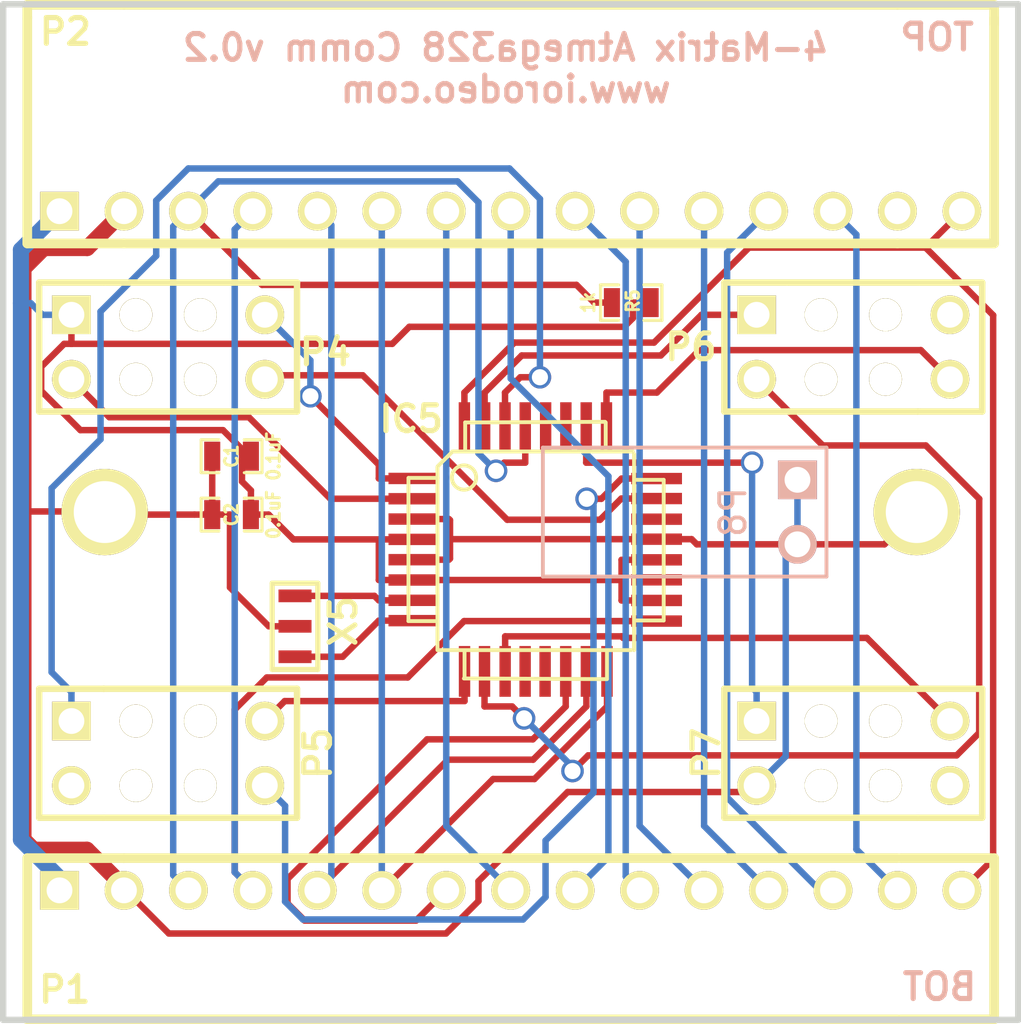
<source format=kicad_pcb>
(kicad_pcb (version 3) (host pcbnew "(2013-mar-13)-testing")

  (general
    (links 53)
    (no_connects 0)
    (area 48.5244 49.577499 90.9676 90.424501)
    (thickness 1.6)
    (drawings 7)
    (tracks 247)
    (zones 0)
    (modules 14)
    (nets 39)
  )

  (page A4)
  (layers
    (15 F.Cu signal)
    (0 B.Cu signal)
    (16 B.Adhes user)
    (17 F.Adhes user)
    (18 B.Paste user)
    (19 F.Paste user)
    (20 B.SilkS user)
    (21 F.SilkS user)
    (22 B.Mask user)
    (23 F.Mask user)
    (24 Dwgs.User user)
    (25 Cmts.User user)
    (26 Eco1.User user)
    (27 Eco2.User user)
    (28 Edge.Cuts user)
  )

  (setup
    (last_trace_width 0.254)
    (trace_clearance 0.254)
    (zone_clearance 0.254)
    (zone_45_only no)
    (trace_min 0.254)
    (segment_width 0.2)
    (edge_width 0.25)
    (via_size 0.889)
    (via_drill 0.635)
    (via_min_size 0.889)
    (via_min_drill 0.508)
    (uvia_size 0.508)
    (uvia_drill 0.127)
    (uvias_allowed no)
    (uvia_min_size 0.508)
    (uvia_min_drill 0.127)
    (pcb_text_width 0.3)
    (pcb_text_size 1.5 1.5)
    (mod_edge_width 0.254)
    (mod_text_size 1 1)
    (mod_text_width 0.15)
    (pad_size 1.2954 1.2954)
    (pad_drill 1.27)
    (pad_to_mask_clearance 0)
    (aux_axis_origin 0 0)
    (visible_elements FFFFFF7F)
    (pcbplotparams
      (layerselection 284196865)
      (usegerberextensions true)
      (excludeedgelayer true)
      (linewidth 0.150000)
      (plotframeref false)
      (viasonmask false)
      (mode 1)
      (useauxorigin false)
      (hpglpennumber 1)
      (hpglpenspeed 20)
      (hpglpendiameter 15)
      (hpglpenoverlay 2)
      (psnegative false)
      (psa4output false)
      (plotreference true)
      (plotvalue true)
      (plotothertext true)
      (plotinvisibletext false)
      (padsonsilk false)
      (subtractmaskfromsilk false)
      (outputformat 1)
      (mirror false)
      (drillshape 0)
      (scaleselection 1)
      (outputdirectory gerber_v0p2/))
  )

  (net 0 "")
  (net 1 +5V)
  (net 2 /B0_CS0)
  (net 3 /B0_CS1)
  (net 4 /B0_CS2)
  (net 5 /B0_CS3)
  (net 6 /B0_CS4)
  (net 7 /B0_CS5)
  (net 8 /B0_CS6)
  (net 9 /B0_CS7)
  (net 10 /B0_MISO)
  (net 11 /B0_MOSI)
  (net 12 /B0_SCK)
  (net 13 /B1_CS0)
  (net 14 /B1_CS1)
  (net 15 /B1_CS2)
  (net 16 /B1_MISO)
  (net 17 /B1_MOSI)
  (net 18 /B1_SCK)
  (net 19 /B2_CS3)
  (net 20 /EXT_INT0)
  (net 21 /RESET_DRV0)
  (net 22 /RESET_DRV1)
  (net 23 /RESET_DRV2)
  (net 24 /RESET_DRV3)
  (net 25 /RESET_MSTR)
  (net 26 /XTAL1)
  (net 27 /XTAL2)
  (net 28 GND)
  (net 29 N-0000017)
  (net 30 N-0000020)
  (net 31 N-0000022)
  (net 32 N-0000031)
  (net 33 N-0000032)
  (net 34 N-0000033)
  (net 35 N-0000034)
  (net 36 N-0000035)
  (net 37 N-0000036)
  (net 38 N-0000038)

  (net_class Default "This is the default net class."
    (clearance 0.254)
    (trace_width 0.254)
    (via_dia 0.889)
    (via_drill 0.635)
    (uvia_dia 0.508)
    (uvia_drill 0.127)
    (add_net "")
    (add_net +5V)
    (add_net /B0_CS0)
    (add_net /B0_CS1)
    (add_net /B0_CS2)
    (add_net /B0_CS3)
    (add_net /B0_CS4)
    (add_net /B0_CS5)
    (add_net /B0_CS6)
    (add_net /B0_CS7)
    (add_net /B0_MISO)
    (add_net /B0_MOSI)
    (add_net /B0_SCK)
    (add_net /B1_CS0)
    (add_net /B1_CS1)
    (add_net /B1_CS2)
    (add_net /B1_MISO)
    (add_net /B1_MOSI)
    (add_net /B1_SCK)
    (add_net /B2_CS3)
    (add_net /EXT_INT0)
    (add_net /RESET_DRV0)
    (add_net /RESET_DRV1)
    (add_net /RESET_DRV2)
    (add_net /RESET_DRV3)
    (add_net /RESET_MSTR)
    (add_net /XTAL1)
    (add_net /XTAL2)
    (add_net GND)
    (add_net N-0000017)
    (add_net N-0000020)
    (add_net N-0000022)
    (add_net N-0000031)
    (add_net N-0000032)
    (add_net N-0000033)
    (add_net N-0000034)
    (add_net N-0000035)
    (add_net N-0000036)
    (add_net N-0000038)
  )

  (module HEADER_BOT (layer F.Cu) (tedit 521B6430) (tstamp 521307B0)
    (at 70 84.9)
    (path /5212B587)
    (fp_text reference P1 (at -17.5744 3.9111) (layer F.SilkS)
      (effects (font (size 1.016 1.016) (thickness 0.2032)))
    )
    (fp_text value CONN15 (at 9.906 3.048) (layer F.SilkS) hide
      (effects (font (thickness 0.3048)))
    )
    (fp_line (start 19.05 5.08) (end 19.05 -1.27) (layer F.SilkS) (width 0.381))
    (fp_line (start 15.367 5.08) (end 19.05 5.08) (layer F.SilkS) (width 0.381))
    (fp_line (start 15.367 -1.27) (end 18.923 -1.27) (layer F.SilkS) (width 0.381))
    (fp_line (start 18.923 -1.27) (end 19.05 -1.27) (layer F.SilkS) (width 0.381))
    (fp_line (start -15.24 -1.27) (end -19.05 -1.27) (layer F.SilkS) (width 0.381))
    (fp_line (start -19.05 -1.27) (end -19.05 5.08) (layer F.SilkS) (width 0.381))
    (fp_line (start -19.05 5.08) (end -13.97 5.08) (layer F.SilkS) (width 0.381))
    (fp_line (start -15.24 -1.27) (end 15.24 -1.27) (layer F.SilkS) (width 0.381))
    (fp_line (start -15.24 5.08) (end 15.24 5.08) (layer F.SilkS) (width 0.381))
    (pad 1 thru_hole rect (at -17.78 0) (size 1.524 1.524) (drill 1.016)
      (layers *.Cu *.Mask F.SilkS)
      (net 1 +5V)
    )
    (pad 2 thru_hole circle (at -15.24 0) (size 1.524 1.524) (drill 1.016)
      (layers *.Cu *.Mask F.SilkS)
      (net 28 GND)
    )
    (pad 3 thru_hole circle (at -12.7 0) (size 1.524 1.524) (drill 1.016)
      (layers *.Cu *.Mask F.SilkS)
      (net 25 /RESET_MSTR)
    )
    (pad 4 thru_hole circle (at -10.16 0) (size 1.524 1.524) (drill 1.016)
      (layers *.Cu *.Mask F.SilkS)
      (net 12 /B0_SCK)
    )
    (pad 5 thru_hole circle (at -7.62 0) (size 1.524 1.524) (drill 1.016)
      (layers *.Cu *.Mask F.SilkS)
      (net 11 /B0_MOSI)
    )
    (pad 6 thru_hole circle (at -5.08 0) (size 1.524 1.524) (drill 1.016)
      (layers *.Cu *.Mask F.SilkS)
      (net 10 /B0_MISO)
    )
    (pad 7 thru_hole circle (at -2.54 0) (size 1.524 1.524) (drill 1.016)
      (layers *.Cu *.Mask F.SilkS)
      (net 2 /B0_CS0)
    )
    (pad 8 thru_hole circle (at 0 0) (size 1.524 1.524) (drill 1.016)
      (layers *.Cu *.Mask F.SilkS)
      (net 3 /B0_CS1)
    )
    (pad 9 thru_hole circle (at 2.54 0) (size 1.524 1.524) (drill 1.016)
      (layers *.Cu *.Mask F.SilkS)
      (net 4 /B0_CS2)
    )
    (pad 10 thru_hole circle (at 5.08 0) (size 1.524 1.524) (drill 1.016)
      (layers *.Cu *.Mask F.SilkS)
      (net 5 /B0_CS3)
    )
    (pad 11 thru_hole circle (at 7.62 0) (size 1.524 1.524) (drill 1.016)
      (layers *.Cu *.Mask F.SilkS)
      (net 6 /B0_CS4)
    )
    (pad 12 thru_hole circle (at 10.16 0) (size 1.524 1.524) (drill 1.016)
      (layers *.Cu *.Mask F.SilkS)
      (net 7 /B0_CS5)
    )
    (pad 13 thru_hole circle (at 12.7 0) (size 1.524 1.524) (drill 1.016)
      (layers *.Cu *.Mask F.SilkS)
      (net 8 /B0_CS6)
    )
    (pad 14 thru_hole circle (at 15.24 0) (size 1.524 1.524) (drill 1.016)
      (layers *.Cu *.Mask F.SilkS)
      (net 9 /B0_CS7)
    )
    (pad 15 thru_hole circle (at 17.78 0) (size 1.524 1.524) (drill 1.016)
      (layers *.Cu *.Mask F.SilkS)
      (net 20 /EXT_INT0)
    )
  )

  (module HEADER_TOP (layer F.Cu) (tedit 521B642B) (tstamp 521307CD)
    (at 70 58.15)
    (path /5212B596)
    (fp_text reference P2 (at -17.549 -7.0706) (layer F.SilkS)
      (effects (font (size 1.016 1.016) (thickness 0.2032)))
    )
    (fp_text value CONN15 (at 7.62 -4.572) (layer F.SilkS) hide
      (effects (font (thickness 0.3048)))
    )
    (fp_line (start 15.24 -8.128) (end 19.05 -8.128) (layer F.SilkS) (width 0.381))
    (fp_line (start 19.05 -8.128) (end 19.05 -7.366) (layer F.SilkS) (width 0.381))
    (fp_line (start -15.24 -8.128) (end -19.05 -8.128) (layer F.SilkS) (width 0.381))
    (fp_line (start -19.05 -8.128) (end -19.05 -7.62) (layer F.SilkS) (width 0.381))
    (fp_line (start -15.24 1.27) (end -19.05 1.27) (layer F.SilkS) (width 0.381))
    (fp_line (start -19.05 1.27) (end -19.05 -7.62) (layer F.SilkS) (width 0.381))
    (fp_line (start 15.24 1.27) (end 19.05 1.27) (layer F.SilkS) (width 0.381))
    (fp_line (start 19.05 1.27) (end 19.05 -7.62) (layer F.SilkS) (width 0.381))
    (fp_line (start 15.24 1.27) (end -15.24 1.27) (layer F.SilkS) (width 0.381))
    (fp_line (start -15.24 -8.128) (end 15.24 -8.128) (layer F.SilkS) (width 0.381))
    (pad 1 thru_hole rect (at -17.78 0) (size 1.524 1.524) (drill 1.016)
      (layers *.Cu *.Mask F.SilkS)
      (net 1 +5V)
    )
    (pad 2 thru_hole circle (at -15.24 0) (size 1.524 1.524) (drill 1.016)
      (layers *.Cu *.Mask F.SilkS)
      (net 28 GND)
    )
    (pad 3 thru_hole circle (at -12.7 0) (size 1.524 1.524) (drill 1.016)
      (layers *.Cu *.Mask F.SilkS)
      (net 25 /RESET_MSTR)
    )
    (pad 4 thru_hole circle (at -10.16 0) (size 1.524 1.524) (drill 1.016)
      (layers *.Cu *.Mask F.SilkS)
      (net 12 /B0_SCK)
    )
    (pad 5 thru_hole circle (at -7.62 0) (size 1.524 1.524) (drill 1.016)
      (layers *.Cu *.Mask F.SilkS)
      (net 11 /B0_MOSI)
    )
    (pad 6 thru_hole circle (at -5.08 0) (size 1.524 1.524) (drill 1.016)
      (layers *.Cu *.Mask F.SilkS)
      (net 10 /B0_MISO)
    )
    (pad 7 thru_hole circle (at -2.54 0) (size 1.524 1.524) (drill 1.016)
      (layers *.Cu *.Mask F.SilkS)
      (net 3 /B0_CS1)
    )
    (pad 8 thru_hole circle (at 0 0) (size 1.524 1.524) (drill 1.016)
      (layers *.Cu *.Mask F.SilkS)
      (net 4 /B0_CS2)
    )
    (pad 9 thru_hole circle (at 2.54 0) (size 1.524 1.524) (drill 1.016)
      (layers *.Cu *.Mask F.SilkS)
      (net 5 /B0_CS3)
    )
    (pad 10 thru_hole circle (at 5.08 0) (size 1.524 1.524) (drill 1.016)
      (layers *.Cu *.Mask F.SilkS)
      (net 6 /B0_CS4)
    )
    (pad 11 thru_hole circle (at 7.62 0) (size 1.524 1.524) (drill 1.016)
      (layers *.Cu *.Mask F.SilkS)
      (net 7 /B0_CS5)
    )
    (pad 12 thru_hole circle (at 10.16 0) (size 1.524 1.524) (drill 1.016)
      (layers *.Cu *.Mask F.SilkS)
      (net 8 /B0_CS6)
    )
    (pad 13 thru_hole circle (at 12.7 0) (size 1.524 1.524) (drill 1.016)
      (layers *.Cu *.Mask F.SilkS)
      (net 9 /B0_CS7)
    )
    (pad 14 thru_hole circle (at 15.24 0) (size 1.524 1.524) (drill 1.016)
      (layers *.Cu *.Mask F.SilkS)
      (net 38 N-0000038)
    )
    (pad 15 thru_hole circle (at 17.78 0) (size 1.524 1.524) (drill 1.016)
      (layers *.Cu *.Mask F.SilkS)
      (net 20 /EXT_INT0)
    )
  )

  (module SM0603_Capa (layer F.Cu) (tedit 5051B1EC) (tstamp 52130C8B)
    (at 59 67.8 180)
    (path /521309B9)
    (attr smd)
    (fp_text reference C1 (at 0 0 270) (layer F.SilkS)
      (effects (font (size 0.508 0.4572) (thickness 0.1143)))
    )
    (fp_text value 0.1uF (at -1.651 0 270) (layer F.SilkS)
      (effects (font (size 0.508 0.4572) (thickness 0.1143)))
    )
    (fp_line (start 0.50038 0.65024) (end 1.19888 0.65024) (layer F.SilkS) (width 0.11938))
    (fp_line (start -0.50038 0.65024) (end -1.19888 0.65024) (layer F.SilkS) (width 0.11938))
    (fp_line (start 0.50038 -0.65024) (end 1.19888 -0.65024) (layer F.SilkS) (width 0.11938))
    (fp_line (start -1.19888 -0.65024) (end -0.50038 -0.65024) (layer F.SilkS) (width 0.11938))
    (fp_line (start 1.19888 -0.635) (end 1.19888 0.635) (layer F.SilkS) (width 0.11938))
    (fp_line (start -1.19888 0.635) (end -1.19888 -0.635) (layer F.SilkS) (width 0.11938))
    (pad 1 smd rect (at -0.762 0 180) (size 0.635 1.143)
      (layers F.Cu F.Paste F.Mask)
      (net 1 +5V)
    )
    (pad 2 smd rect (at 0.762 0 180) (size 0.635 1.143)
      (layers F.Cu F.Paste F.Mask)
      (net 28 GND)
    )
    (model smd\capacitors\C0603.wrl
      (at (xyz 0 0 0.001))
      (scale (xyz 0.5 0.5 0.5))
      (rotate (xyz 0 0 0))
    )
  )

  (module SM0603_Capa (layer F.Cu) (tedit 5051B1EC) (tstamp 52130C97)
    (at 59 70.1 180)
    (path /521309C8)
    (attr smd)
    (fp_text reference C2 (at 0 0 270) (layer F.SilkS)
      (effects (font (size 0.508 0.4572) (thickness 0.1143)))
    )
    (fp_text value 0.1uF (at -1.651 0 270) (layer F.SilkS)
      (effects (font (size 0.508 0.4572) (thickness 0.1143)))
    )
    (fp_line (start 0.50038 0.65024) (end 1.19888 0.65024) (layer F.SilkS) (width 0.11938))
    (fp_line (start -0.50038 0.65024) (end -1.19888 0.65024) (layer F.SilkS) (width 0.11938))
    (fp_line (start 0.50038 -0.65024) (end 1.19888 -0.65024) (layer F.SilkS) (width 0.11938))
    (fp_line (start -1.19888 -0.65024) (end -0.50038 -0.65024) (layer F.SilkS) (width 0.11938))
    (fp_line (start 1.19888 -0.635) (end 1.19888 0.635) (layer F.SilkS) (width 0.11938))
    (fp_line (start -1.19888 0.635) (end -1.19888 -0.635) (layer F.SilkS) (width 0.11938))
    (pad 1 smd rect (at -0.762 0 180) (size 0.635 1.143)
      (layers F.Cu F.Paste F.Mask)
      (net 1 +5V)
    )
    (pad 2 smd rect (at 0.762 0 180) (size 0.635 1.143)
      (layers F.Cu F.Paste F.Mask)
      (net 28 GND)
    )
    (model smd\capacitors\C0603.wrl
      (at (xyz 0 0 0.001))
      (scale (xyz 0.5 0.5 0.5))
      (rotate (xyz 0 0 0))
    )
  )

  (module TQFP32 (layer F.Cu) (tedit 521B6330) (tstamp 52130CD7)
    (at 71 71.5)
    (path /52129B63)
    (fp_text reference IC5 (at -4.9252 -5.1679) (layer F.SilkS)
      (effects (font (size 1.016 1.016) (thickness 0.2032)))
    )
    (fp_text value ATMEGA328-A (at 0 1.905) (layer F.SilkS) hide
      (effects (font (size 1.27 1.016) (thickness 0.2032)))
    )
    (fp_line (start 5.0292 2.7686) (end 3.8862 2.7686) (layer F.SilkS) (width 0.1524))
    (fp_line (start 5.0292 -2.7686) (end 3.9116 -2.7686) (layer F.SilkS) (width 0.1524))
    (fp_line (start 5.0292 2.7686) (end 5.0292 -2.7686) (layer F.SilkS) (width 0.1524))
    (fp_line (start 2.794 3.9624) (end 2.794 5.0546) (layer F.SilkS) (width 0.1524))
    (fp_line (start -2.8194 3.9878) (end -2.8194 5.0546) (layer F.SilkS) (width 0.1524))
    (fp_line (start -2.8448 5.0546) (end 2.794 5.08) (layer F.SilkS) (width 0.1524))
    (fp_line (start -2.794 -5.0292) (end 2.7178 -5.0546) (layer F.SilkS) (width 0.1524))
    (fp_line (start -3.8862 -3.2766) (end -3.8862 3.9116) (layer F.SilkS) (width 0.1524))
    (fp_line (start 2.7432 -5.0292) (end 2.7432 -3.9878) (layer F.SilkS) (width 0.1524))
    (fp_line (start -3.2512 -3.8862) (end 3.81 -3.8862) (layer F.SilkS) (width 0.1524))
    (fp_line (start 3.8608 3.937) (end 3.8608 -3.7846) (layer F.SilkS) (width 0.1524))
    (fp_line (start -3.8862 3.937) (end 3.7338 3.937) (layer F.SilkS) (width 0.1524))
    (fp_line (start -5.0292 -2.8448) (end -5.0292 2.794) (layer F.SilkS) (width 0.1524))
    (fp_line (start -5.0292 2.794) (end -3.8862 2.794) (layer F.SilkS) (width 0.1524))
    (fp_line (start -3.87604 -3.302) (end -3.29184 -3.8862) (layer F.SilkS) (width 0.1524))
    (fp_line (start -5.02412 -2.8448) (end -3.87604 -2.8448) (layer F.SilkS) (width 0.1524))
    (fp_line (start -2.794 -3.8862) (end -2.794 -5.03428) (layer F.SilkS) (width 0.1524))
    (fp_circle (center -2.83972 -2.86004) (end -2.43332 -2.60604) (layer F.SilkS) (width 0.1524))
    (pad 8 smd rect (at -4.81584 2.77622) (size 1.99898 0.44958)
      (layers F.Cu F.Paste F.Mask)
      (net 27 /XTAL2)
    )
    (pad 7 smd rect (at -4.81584 1.97612) (size 1.99898 0.44958)
      (layers F.Cu F.Paste F.Mask)
      (net 26 /XTAL1)
    )
    (pad 6 smd rect (at -4.81584 1.17602) (size 1.99898 0.44958)
      (layers F.Cu F.Paste F.Mask)
      (net 1 +5V)
    )
    (pad 5 smd rect (at -4.81584 0.37592) (size 1.99898 0.44958)
      (layers F.Cu F.Paste F.Mask)
      (net 28 GND)
    )
    (pad 4 smd rect (at -4.81584 -0.42418) (size 1.99898 0.44958)
      (layers F.Cu F.Paste F.Mask)
      (net 1 +5V)
    )
    (pad 3 smd rect (at -4.81584 -1.22428) (size 1.99898 0.44958)
      (layers F.Cu F.Paste F.Mask)
      (net 28 GND)
    )
    (pad 2 smd rect (at -4.81584 -2.02438) (size 1.99898 0.44958)
      (layers F.Cu F.Paste F.Mask)
      (net 18 /B1_SCK)
    )
    (pad 1 smd rect (at -4.81584 -2.82448) (size 1.99898 0.44958)
      (layers F.Cu F.Paste F.Mask)
      (net 13 /B1_CS0)
    )
    (pad 24 smd rect (at 4.7498 -2.8194) (size 1.99898 0.44958)
      (layers F.Cu F.Paste F.Mask)
      (net 22 /RESET_DRV1)
    )
    (pad 17 smd rect (at 4.7498 2.794) (size 1.99898 0.44958)
      (layers F.Cu F.Paste F.Mask)
      (net 12 /B0_SCK)
    )
    (pad 18 smd rect (at 4.7498 1.9812) (size 1.99898 0.44958)
      (layers F.Cu F.Paste F.Mask)
      (net 1 +5V)
    )
    (pad 19 smd rect (at 4.7498 1.1684) (size 1.99898 0.44958)
      (layers F.Cu F.Paste F.Mask)
      (net 36 N-0000035)
    )
    (pad 20 smd rect (at 4.7498 0.381) (size 1.99898 0.44958)
      (layers F.Cu F.Paste F.Mask)
      (net 1 +5V)
    )
    (pad 21 smd rect (at 4.7498 -0.4318) (size 1.99898 0.44958)
      (layers F.Cu F.Paste F.Mask)
      (net 28 GND)
    )
    (pad 22 smd rect (at 4.7498 -1.2192) (size 1.99898 0.44958)
      (layers F.Cu F.Paste F.Mask)
      (net 35 N-0000034)
    )
    (pad 23 smd rect (at 4.7498 -2.032) (size 1.99898 0.44958)
      (layers F.Cu F.Paste F.Mask)
      (net 21 /RESET_DRV0)
    )
    (pad 32 smd rect (at -2.82448 -4.826) (size 0.44958 1.99898)
      (layers F.Cu F.Paste F.Mask)
      (net 20 /EXT_INT0)
    )
    (pad 31 smd rect (at -2.02692 -4.826) (size 0.44958 1.99898)
      (layers F.Cu F.Paste F.Mask)
      (net 17 /B1_MOSI)
    )
    (pad 30 smd rect (at -1.22428 -4.826) (size 0.44958 1.99898)
      (layers F.Cu F.Paste F.Mask)
      (net 16 /B1_MISO)
    )
    (pad 29 smd rect (at -0.42672 -4.826) (size 0.44958 1.99898)
      (layers F.Cu F.Paste F.Mask)
      (net 25 /RESET_MSTR)
    )
    (pad 28 smd rect (at 0.37592 -4.826) (size 0.44958 1.99898)
      (layers F.Cu F.Paste F.Mask)
      (net 32 N-0000031)
    )
    (pad 27 smd rect (at 1.17348 -4.826) (size 0.44958 1.99898)
      (layers F.Cu F.Paste F.Mask)
      (net 33 N-0000032)
    )
    (pad 26 smd rect (at 1.97612 -4.826) (size 0.44958 1.99898)
      (layers F.Cu F.Paste F.Mask)
      (net 24 /RESET_DRV3)
    )
    (pad 25 smd rect (at 2.77368 -4.826) (size 0.44958 1.99898)
      (layers F.Cu F.Paste F.Mask)
      (net 23 /RESET_DRV2)
    )
    (pad 9 smd rect (at -2.8194 4.7752) (size 0.44958 1.99898)
      (layers F.Cu F.Paste F.Mask)
      (net 14 /B1_CS1)
    )
    (pad 10 smd rect (at -2.032 4.7752) (size 0.44958 1.99898)
      (layers F.Cu F.Paste F.Mask)
      (net 15 /B1_CS2)
    )
    (pad 11 smd rect (at -1.2192 4.7752) (size 0.44958 1.99898)
      (layers F.Cu F.Paste F.Mask)
      (net 19 /B2_CS3)
    )
    (pad 12 smd rect (at -0.4318 4.7752) (size 0.44958 1.99898)
      (layers F.Cu F.Paste F.Mask)
      (net 34 N-0000033)
    )
    (pad 13 smd rect (at 0.3556 4.7752) (size 0.44958 1.99898)
      (layers F.Cu F.Paste F.Mask)
      (net 37 N-0000036)
    )
    (pad 14 smd rect (at 1.1684 4.7752) (size 0.44958 1.99898)
      (layers F.Cu F.Paste F.Mask)
      (net 2 /B0_CS0)
    )
    (pad 15 smd rect (at 1.9812 4.7752) (size 0.44958 1.99898)
      (layers F.Cu F.Paste F.Mask)
      (net 11 /B0_MOSI)
    )
    (pad 16 smd rect (at 2.794 4.7752) (size 0.44958 1.99898)
      (layers F.Cu F.Paste F.Mask)
      (net 10 /B0_MISO)
    )
    (model smd/tqfp32.wrl
      (at (xyz 0 0 0))
      (scale (xyz 1 1 1))
      (rotate (xyz 0 0 0))
    )
  )

  (module SM0603_Resistor (layer F.Cu) (tedit 5051B21B) (tstamp 52130CFB)
    (at 74.75 61.75)
    (path /5212A07D)
    (attr smd)
    (fp_text reference R5 (at 0.0635 -0.0635 90) (layer F.SilkS)
      (effects (font (size 0.50038 0.4572) (thickness 0.1143)))
    )
    (fp_text value 1k (at -1.69926 0 90) (layer F.SilkS)
      (effects (font (size 0.508 0.4572) (thickness 0.1143)))
    )
    (fp_line (start -0.50038 -0.6985) (end -1.2065 -0.6985) (layer F.SilkS) (width 0.127))
    (fp_line (start -1.2065 -0.6985) (end -1.2065 0.6985) (layer F.SilkS) (width 0.127))
    (fp_line (start -1.2065 0.6985) (end -0.50038 0.6985) (layer F.SilkS) (width 0.127))
    (fp_line (start 1.2065 -0.6985) (end 0.50038 -0.6985) (layer F.SilkS) (width 0.127))
    (fp_line (start 1.2065 -0.6985) (end 1.2065 0.6985) (layer F.SilkS) (width 0.127))
    (fp_line (start 1.2065 0.6985) (end 0.50038 0.6985) (layer F.SilkS) (width 0.127))
    (pad 1 smd rect (at -0.762 0) (size 0.635 1.143)
      (layers F.Cu F.Paste F.Mask)
      (net 25 /RESET_MSTR)
    )
    (pad 2 smd rect (at 0.762 0) (size 0.635 1.143)
      (layers F.Cu F.Paste F.Mask)
      (net 1 +5V)
    )
    (model smd\resistors\R0603.wrl
      (at (xyz 0 0 0.001))
      (scale (xyz 0.5 0.5 0.5))
      (rotate (xyz 0 0 0))
    )
  )

  (module CER_RESO (layer F.Cu) (tedit 53C44E69) (tstamp 52130D1E)
    (at 61.5 74.5 270)
    (tags "Resonator, Ceramic")
    (path /52129FEB)
    (fp_text reference X5 (at -0.2 -1.9 270) (layer F.SilkS)
      (effects (font (size 1.016 1.016) (thickness 0.2032)))
    )
    (fp_text value CER_RESO (at 0.8001 2.4003 270) (layer F.SilkS) hide
      (effects (font (size 1.27 1.27) (thickness 0.2032)))
    )
    (fp_line (start -1.69926 -0.89916) (end 1.69926 -0.89916) (layer F.SilkS) (width 0.2032))
    (fp_line (start 1.69926 -0.89916) (end 1.69926 0.89916) (layer F.SilkS) (width 0.2032))
    (fp_line (start 1.69926 0.89916) (end -1.69926 0.89916) (layer F.SilkS) (width 0.2032))
    (fp_line (start -1.69926 0.89916) (end -1.69926 -0.89916) (layer F.SilkS) (width 0.2032))
    (pad 2 smd rect (at 0 0 270) (size 0.50038 1.30048)
      (layers F.Cu F.Paste F.Mask)
      (net 28 GND)
    )
    (pad 3 smd rect (at 1.19888 0 270) (size 0.50038 1.30048)
      (layers F.Cu F.Paste F.Mask)
      (net 27 /XTAL2)
    )
    (pad 1 smd rect (at -1.19888 0 270) (size 0.50038 1.30048)
      (layers F.Cu F.Paste F.Mask)
      (net 26 /XTAL1)
    )
  )

  (module RT_ANG_2PIN (layer B.Cu) (tedit 53C459D2) (tstamp 53C45A90)
    (at 81.3 70 270)
    (path /53C45937)
    (fp_text reference P8 (at 0 2.54 270) (layer B.SilkS)
      (effects (font (size 1 1) (thickness 0.15)) (justify mirror))
    )
    (fp_text value CONN_2 (at 0 10.795 270) (layer B.SilkS) hide
      (effects (font (size 1 1) (thickness 0.15)) (justify mirror))
    )
    (fp_line (start -2.54 -1.143) (end 2.54 -1.143) (layer B.SilkS) (width 0.15))
    (fp_line (start 2.54 -1.143) (end 2.54 10.033) (layer B.SilkS) (width 0.15))
    (fp_line (start 2.54 10.033) (end -2.54 10.033) (layer B.SilkS) (width 0.15))
    (fp_line (start -2.54 10.033) (end -2.54 -1.143) (layer B.SilkS) (width 0.15))
    (pad 1 thru_hole rect (at -1.27 0 270) (size 1.524 1.524) (drill 1.016)
      (layers *.Cu *.Mask B.SilkS)
      (net 28 GND)
    )
    (pad 2 thru_hole circle (at 1.27 0 270) (size 1.524 1.524) (drill 1.016)
      (layers *.Cu *.Mask B.SilkS)
      (net 28 GND)
    )
  )

  (module "2-56 Mount Holes" (layer F.Cu) (tedit 53CF2B28) (tstamp 53CF2987)
    (at 54 70)
    (path /53CF2CE7)
    (fp_text reference M1 (at 0 -2.54) (layer F.SilkS) hide
      (effects (font (size 1.00076 1.00076) (thickness 0.09906)))
    )
    (fp_text value CONN_1 (at 0 3.175) (layer F.SilkS) hide
      (effects (font (size 1.00076 1.00076) (thickness 0.09906)))
    )
    (pad 1 thru_hole circle (at 0 0) (size 3.40106 3.40106) (drill 2.4384)
      (layers *.Cu *.Mask F.SilkS)
      (net 28 GND)
    )
  )

  (module "2-56 Mount Holes" (layer F.Cu) (tedit 53CF2B3B) (tstamp 53CF29E7)
    (at 86 70)
    (path /53CF2CF6)
    (fp_text reference M2 (at 0 -2.54) (layer F.SilkS) hide
      (effects (font (size 1.00076 1.00076) (thickness 0.09906)))
    )
    (fp_text value CONN_1 (at 0 3.175) (layer F.SilkS) hide
      (effects (font (size 1.00076 1.00076) (thickness 0.09906)))
    )
    (pad 1 thru_hole circle (at 0 0) (size 3.40106 3.40106) (drill 2.4384)
      (layers *.Cu *.Mask F.SilkS)
      (net 28 GND)
    )
  )

  (module PASS_THRU_ARRAY_2X2 (layer F.Cu) (tedit 5421B891) (tstamp 53BF28A4)
    (at 83.5 79.5 270)
    (descr "Pass through 2x2 sockect")
    (tags CONN)
    (path /53BF244E)
    (fp_text reference P7 (at 0 5.8 270) (layer F.SilkS)
      (effects (font (size 1.016 1.016) (thickness 0.2032)))
    )
    (fp_text value CONN_2X2 (at 0 7.112 270) (layer F.SilkS) hide
      (effects (font (size 1.016 1.016) (thickness 0.2032)))
    )
    (fp_line (start -2.54 2.54) (end -2.54 5.08) (layer F.SilkS) (width 0.254))
    (fp_line (start -2.54 5.08) (end 2.54 5.08) (layer F.SilkS) (width 0.254))
    (fp_line (start 2.54 5.08) (end 2.54 2.54) (layer F.SilkS) (width 0.254))
    (fp_line (start -2.54 -2.54) (end -2.54 -5.08) (layer F.SilkS) (width 0.254))
    (fp_line (start -2.54 -5.08) (end 2.54 -5.08) (layer F.SilkS) (width 0.254))
    (fp_line (start 2.54 -5.08) (end 2.54 -2.54) (layer F.SilkS) (width 0.254))
    (fp_line (start 2.54 -2.54) (end 2.54 2.54) (layer F.SilkS) (width 0.254))
    (fp_line (start -2.54 2.54) (end -2.54 -2.54) (layer F.SilkS) (width 0.254))
    (pad 1 thru_hole rect (at -1.27 3.81 270) (size 1.524 1.524) (drill 1.016)
      (layers *.Cu *.Mask F.SilkS)
      (net 24 /RESET_DRV3)
    )
    (pad 2 thru_hole circle (at -1.27 -3.81 270) (size 1.524 1.524) (drill 1.016)
      (layers *.Cu *.Mask F.SilkS)
      (net 19 /B2_CS3)
    )
    (pad 3 thru_hole circle (at 1.27 3.81 270) (size 1.524 1.524) (drill 1.016)
      (layers *.Cu *.Mask F.SilkS)
      (net 28 GND)
    )
    (pad 4 thru_hole circle (at 1.27 -3.81 270) (size 1.524 1.524) (drill 1.016)
      (layers *.Cu *.Mask F.SilkS)
      (net 29 N-0000017)
    )
    (pad "" thru_hole circle (at -1.27 1.27 270) (size 1.2954 1.2954) (drill 1.27)
      (layers *.Cu F.SilkS)
    )
    (pad "" thru_hole circle (at -1.27 -1.27 270) (size 1.2954 1.2954) (drill 1.27)
      (layers *.Cu F.SilkS)
    )
    (pad "" thru_hole circle (at 1.27 -1.27 270) (size 1.2954 1.2954) (drill 1.27)
      (layers *.Cu F.SilkS)
    )
    (pad "" thru_hole circle (at 1.27 1.27 270) (size 1.2954 1.2954) (drill 1.27)
      (layers *.Cu F.SilkS)
    )
    (model pin_array/pins_array_2x2.wrl
      (at (xyz 0 0 0))
      (scale (xyz 1 1 1))
      (rotate (xyz 0 0 0))
    )
  )

  (module PASS_THRU_ARRAY_2X2 (layer F.Cu) (tedit 5421B87E) (tstamp 53BF2898)
    (at 83.5 63.5 270)
    (descr "Pass through 2x2 sockect")
    (tags CONN)
    (path /53BF2430)
    (fp_text reference P6 (at 0 6.4 540) (layer F.SilkS)
      (effects (font (size 1.016 1.016) (thickness 0.2032)))
    )
    (fp_text value CONN_2X2 (at 0 7.112 270) (layer F.SilkS) hide
      (effects (font (size 1.016 1.016) (thickness 0.2032)))
    )
    (fp_line (start -2.54 2.54) (end -2.54 5.08) (layer F.SilkS) (width 0.254))
    (fp_line (start -2.54 5.08) (end 2.54 5.08) (layer F.SilkS) (width 0.254))
    (fp_line (start 2.54 5.08) (end 2.54 2.54) (layer F.SilkS) (width 0.254))
    (fp_line (start -2.54 -2.54) (end -2.54 -5.08) (layer F.SilkS) (width 0.254))
    (fp_line (start -2.54 -5.08) (end 2.54 -5.08) (layer F.SilkS) (width 0.254))
    (fp_line (start 2.54 -5.08) (end 2.54 -2.54) (layer F.SilkS) (width 0.254))
    (fp_line (start 2.54 -2.54) (end 2.54 2.54) (layer F.SilkS) (width 0.254))
    (fp_line (start -2.54 2.54) (end -2.54 -2.54) (layer F.SilkS) (width 0.254))
    (pad 1 thru_hole rect (at -1.27 3.81 270) (size 1.524 1.524) (drill 1.016)
      (layers *.Cu *.Mask F.SilkS)
      (net 17 /B1_MOSI)
    )
    (pad 2 thru_hole circle (at -1.27 -3.81 270) (size 1.524 1.524) (drill 1.016)
      (layers *.Cu *.Mask F.SilkS)
      (net 31 N-0000022)
    )
    (pad 3 thru_hole circle (at 1.27 3.81 270) (size 1.524 1.524) (drill 1.016)
      (layers *.Cu *.Mask F.SilkS)
      (net 15 /B1_CS2)
    )
    (pad 4 thru_hole circle (at 1.27 -3.81 270) (size 1.524 1.524) (drill 1.016)
      (layers *.Cu *.Mask F.SilkS)
      (net 23 /RESET_DRV2)
    )
    (pad "" thru_hole circle (at -1.27 1.27 270) (size 1.2954 1.2954) (drill 1.27)
      (layers *.Cu F.SilkS)
    )
    (pad "" thru_hole circle (at -1.27 -1.27 270) (size 1.2954 1.2954) (drill 1.27)
      (layers *.Cu F.SilkS)
    )
    (pad "" thru_hole circle (at 1.27 -1.27 270) (size 1.2954 1.2954) (drill 1.27)
      (layers *.Cu F.SilkS)
    )
    (pad "" thru_hole circle (at 1.27 1.27 270) (size 1.2954 1.2954) (drill 1.27)
      (layers *.Cu F.SilkS)
    )
    (model pin_array/pins_array_2x2.wrl
      (at (xyz 0 0 0))
      (scale (xyz 1 1 1))
      (rotate (xyz 0 0 0))
    )
  )

  (module PASS_THRU_ARRAY_2X2 (layer F.Cu) (tedit 5421B889) (tstamp 53BF288C)
    (at 56.5 79.5 270)
    (descr "Pass through 2x2 sockect")
    (tags CONN)
    (path /53BF243F)
    (fp_text reference P5 (at 0 -5.9 270) (layer F.SilkS)
      (effects (font (size 1.016 1.016) (thickness 0.2032)))
    )
    (fp_text value CONN_2X2 (at 0 7.112 270) (layer F.SilkS) hide
      (effects (font (size 1.016 1.016) (thickness 0.2032)))
    )
    (fp_line (start -2.54 2.54) (end -2.54 5.08) (layer F.SilkS) (width 0.254))
    (fp_line (start -2.54 5.08) (end 2.54 5.08) (layer F.SilkS) (width 0.254))
    (fp_line (start 2.54 5.08) (end 2.54 2.54) (layer F.SilkS) (width 0.254))
    (fp_line (start -2.54 -2.54) (end -2.54 -5.08) (layer F.SilkS) (width 0.254))
    (fp_line (start -2.54 -5.08) (end 2.54 -5.08) (layer F.SilkS) (width 0.254))
    (fp_line (start 2.54 -5.08) (end 2.54 -2.54) (layer F.SilkS) (width 0.254))
    (fp_line (start 2.54 -2.54) (end 2.54 2.54) (layer F.SilkS) (width 0.254))
    (fp_line (start -2.54 2.54) (end -2.54 -2.54) (layer F.SilkS) (width 0.254))
    (pad 1 thru_hole rect (at -1.27 3.81 270) (size 1.524 1.524) (drill 1.016)
      (layers *.Cu *.Mask F.SilkS)
      (net 16 /B1_MISO)
    )
    (pad 2 thru_hole circle (at -1.27 -3.81 270) (size 1.524 1.524) (drill 1.016)
      (layers *.Cu *.Mask F.SilkS)
      (net 14 /B1_CS1)
    )
    (pad 3 thru_hole circle (at 1.27 3.81 270) (size 1.524 1.524) (drill 1.016)
      (layers *.Cu *.Mask F.SilkS)
      (net 30 N-0000020)
    )
    (pad 4 thru_hole circle (at 1.27 -3.81 270) (size 1.524 1.524) (drill 1.016)
      (layers *.Cu *.Mask F.SilkS)
      (net 22 /RESET_DRV1)
    )
    (pad "" thru_hole circle (at -1.27 1.27 270) (size 1.2954 1.2954) (drill 1.27)
      (layers *.Cu F.SilkS)
    )
    (pad "" thru_hole circle (at -1.27 -1.27 270) (size 1.2954 1.2954) (drill 1.27)
      (layers *.Cu F.SilkS)
    )
    (pad "" thru_hole circle (at 1.27 -1.27 270) (size 1.2954 1.2954) (drill 1.27)
      (layers *.Cu F.SilkS)
    )
    (pad "" thru_hole circle (at 1.27 1.27 270) (size 1.2954 1.2954) (drill 1.27)
      (layers *.Cu F.SilkS)
    )
    (model pin_array/pins_array_2x2.wrl
      (at (xyz 0 0 0))
      (scale (xyz 1 1 1))
      (rotate (xyz 0 0 0))
    )
  )

  (module PASS_THRU_ARRAY_2X2 (layer F.Cu) (tedit 5421B876) (tstamp 53BF2880)
    (at 56.5 63.5 270)
    (descr "Pass through 2x2 sockect")
    (tags CONN)
    (path /53BF241F)
    (fp_text reference P4 (at 0.2 -6.2 360) (layer F.SilkS)
      (effects (font (size 1.016 1.016) (thickness 0.2032)))
    )
    (fp_text value CONN_2X2 (at 0 7.112 270) (layer F.SilkS) hide
      (effects (font (size 1.016 1.016) (thickness 0.2032)))
    )
    (fp_line (start -2.54 2.54) (end -2.54 5.08) (layer F.SilkS) (width 0.254))
    (fp_line (start -2.54 5.08) (end 2.54 5.08) (layer F.SilkS) (width 0.254))
    (fp_line (start 2.54 5.08) (end 2.54 2.54) (layer F.SilkS) (width 0.254))
    (fp_line (start -2.54 -2.54) (end -2.54 -5.08) (layer F.SilkS) (width 0.254))
    (fp_line (start -2.54 -5.08) (end 2.54 -5.08) (layer F.SilkS) (width 0.254))
    (fp_line (start 2.54 -5.08) (end 2.54 -2.54) (layer F.SilkS) (width 0.254))
    (fp_line (start 2.54 -2.54) (end 2.54 2.54) (layer F.SilkS) (width 0.254))
    (fp_line (start -2.54 2.54) (end -2.54 -2.54) (layer F.SilkS) (width 0.254))
    (pad 1 thru_hole rect (at -1.27 3.81 270) (size 1.524 1.524) (drill 1.016)
      (layers *.Cu *.Mask F.SilkS)
      (net 1 +5V)
    )
    (pad 2 thru_hole circle (at -1.27 -3.81 270) (size 1.524 1.524) (drill 1.016)
      (layers *.Cu *.Mask F.SilkS)
      (net 13 /B1_CS0)
    )
    (pad 3 thru_hole circle (at 1.27 3.81 270) (size 1.524 1.524) (drill 1.016)
      (layers *.Cu *.Mask F.SilkS)
      (net 18 /B1_SCK)
    )
    (pad 4 thru_hole circle (at 1.27 -3.81 270) (size 1.524 1.524) (drill 1.016)
      (layers *.Cu *.Mask F.SilkS)
      (net 21 /RESET_DRV0)
    )
    (pad "" thru_hole circle (at -1.27 1.27 270) (size 1.2954 1.2954) (drill 1.27)
      (layers *.Cu F.SilkS)
    )
    (pad "" thru_hole circle (at -1.27 -1.27 270) (size 1.2954 1.2954) (drill 1.27)
      (layers *.Cu F.SilkS)
    )
    (pad "" thru_hole circle (at 1.27 -1.27 270) (size 1.2954 1.2954) (drill 1.27)
      (layers *.Cu F.SilkS)
    )
    (pad "" thru_hole circle (at 1.27 1.27 270) (size 1.2954 1.2954) (drill 1.27)
      (layers *.Cu F.SilkS)
    )
    (model pin_array/pins_array_2x2.wrl
      (at (xyz 0 0 0))
      (scale (xyz 1 1 1))
      (rotate (xyz 0 0 0))
    )
  )

  (gr_text "4-Matrix Atmega328 Comm v0.2\nwww.iorodeo.com" (at 69.7992 52.5272) (layer B.SilkS)
    (effects (font (size 1.016 1.016) (thickness 0.2032)) (justify mirror))
  )
  (gr_text BOT (at 86.9 88.7) (layer B.SilkS)
    (effects (font (size 1.016 1.016) (thickness 0.2032)) (justify mirror))
  )
  (gr_text TOP (at 86.8 51.3) (layer B.SilkS)
    (effects (font (size 1.016 1.016) (thickness 0.2032)) (justify mirror))
  )
  (gr_line (start 90 90) (end 90 50) (angle 90) (layer Edge.Cuts) (width 0.25))
  (gr_line (start 50 90) (end 90 90) (angle 90) (layer Edge.Cuts) (width 0.25))
  (gr_line (start 50 50) (end 50 90) (angle 90) (layer Edge.Cuts) (width 0.25))
  (gr_line (start 90 50) (end 50 50) (angle 90) (layer Edge.Cuts) (width 0.25))

  (segment (start 75.7498 71.881) (end 74.369 71.881) (width 0.254) (layer F.Cu) (net 1))
  (segment (start 75.7498 73.4812) (end 74.369 73.4812) (width 0.254) (layer F.Cu) (net 1))
  (segment (start 66.1842 71.0758) (end 64.8034 71.0758) (width 0.254) (layer F.Cu) (net 1))
  (segment (start 59.762 70.1) (end 60.4608 70.1) (width 0.254) (layer F.Cu) (net 1))
  (segment (start 59.762 67.8) (end 59.4126 67.8) (width 0.254) (layer F.Cu) (net 1))
  (segment (start 59.4126 68.7978) (end 59.762 69.1472) (width 0.254) (layer F.Cu) (net 1))
  (segment (start 59.4126 67.8) (end 59.4126 68.7978) (width 0.254) (layer F.Cu) (net 1))
  (segment (start 59.762 70.1) (end 59.762 69.1472) (width 0.254) (layer F.Cu) (net 1))
  (segment (start 61.4366 71.0758) (end 64.8034 71.0758) (width 0.254) (layer F.Cu) (net 1))
  (segment (start 60.4608 70.1) (end 61.4366 71.0758) (width 0.254) (layer F.Cu) (net 1))
  (segment (start 64.8034 72.676) (end 64.8034 71.0758) (width 0.254) (layer F.Cu) (net 1))
  (segment (start 66.1842 72.676) (end 64.8034 72.676) (width 0.254) (layer F.Cu) (net 1))
  (segment (start 50.7 59.67) (end 52.22 58.15) (width 0.635) (layer B.Cu) (net 1))
  (segment (start 50.7 61.7754) (end 50.7 59.67) (width 0.635) (layer B.Cu) (net 1))
  (segment (start 51.0921 61.7754) (end 51.5467 62.23) (width 0.254) (layer B.Cu) (net 1))
  (segment (start 50.7 61.7754) (end 51.0921 61.7754) (width 0.254) (layer B.Cu) (net 1))
  (segment (start 52.69 62.23) (end 51.5467 62.23) (width 0.254) (layer B.Cu) (net 1))
  (segment (start 50.7 82.9) (end 50.7 61.7754) (width 0.635) (layer B.Cu) (net 1))
  (segment (start 52.22 84.42) (end 50.7 82.9) (width 0.635) (layer B.Cu) (net 1))
  (segment (start 52.22 84.9) (end 52.22 84.42) (width 0.635) (layer B.Cu) (net 1))
  (segment (start 66.1842 72.676) (end 67.565 72.676) (width 0.254) (layer F.Cu) (net 1))
  (segment (start 74.369 72.676) (end 67.565 72.676) (width 0.254) (layer F.Cu) (net 1))
  (segment (start 74.369 71.881) (end 74.369 72.676) (width 0.254) (layer F.Cu) (net 1))
  (segment (start 74.369 72.676) (end 74.369 73.4812) (width 0.254) (layer F.Cu) (net 1))
  (segment (start 59.4126 67.5243) (end 59.4126 67.8) (width 0.254) (layer F.Cu) (net 1))
  (segment (start 58.6611 66.7728) (end 59.4126 67.5243) (width 0.254) (layer F.Cu) (net 1))
  (segment (start 53.043 66.7728) (end 58.6611 66.7728) (width 0.254) (layer F.Cu) (net 1))
  (segment (start 51.4989 65.2287) (end 53.043 66.7728) (width 0.254) (layer F.Cu) (net 1))
  (segment (start 51.4989 64.2786) (end 51.4989 65.2287) (width 0.254) (layer F.Cu) (net 1))
  (segment (start 52.4042 63.3733) (end 51.4989 64.2786) (width 0.254) (layer F.Cu) (net 1))
  (segment (start 52.69 63.3733) (end 52.4042 63.3733) (width 0.254) (layer F.Cu) (net 1))
  (segment (start 52.69 62.23) (end 52.69 63.3733) (width 0.254) (layer F.Cu) (net 1))
  (segment (start 65.3344 63.3733) (end 52.69 63.3733) (width 0.254) (layer F.Cu) (net 1))
  (segment (start 66.0049 62.7028) (end 65.3344 63.3733) (width 0.254) (layer F.Cu) (net 1))
  (segment (start 74.4718 62.7028) (end 66.0049 62.7028) (width 0.254) (layer F.Cu) (net 1))
  (segment (start 74.8132 62.3614) (end 74.4718 62.7028) (width 0.254) (layer F.Cu) (net 1))
  (segment (start 74.8132 61.75) (end 74.8132 62.3614) (width 0.254) (layer F.Cu) (net 1))
  (segment (start 75.512 61.75) (end 74.8132 61.75) (width 0.254) (layer F.Cu) (net 1))
  (segment (start 66.2692 86.0908) (end 67.46 84.9) (width 0.254) (layer F.Cu) (net 2))
  (segment (start 61.8818 86.0908) (end 66.2692 86.0908) (width 0.254) (layer F.Cu) (net 2))
  (segment (start 61.2066 85.4156) (end 61.8818 86.0908) (width 0.254) (layer F.Cu) (net 2))
  (segment (start 61.2066 84.4507) (end 61.2066 85.4156) (width 0.254) (layer F.Cu) (net 2))
  (segment (start 66.7059 78.9514) (end 61.2066 84.4507) (width 0.254) (layer F.Cu) (net 2))
  (segment (start 70.873 78.9514) (end 66.7059 78.9514) (width 0.254) (layer F.Cu) (net 2))
  (segment (start 72.1684 77.656) (end 70.873 78.9514) (width 0.254) (layer F.Cu) (net 2))
  (segment (start 72.1684 76.2752) (end 72.1684 77.656) (width 0.254) (layer F.Cu) (net 2))
  (segment (start 67.46 82.36) (end 70 84.9) (width 0.254) (layer B.Cu) (net 3))
  (segment (start 67.46 58.15) (end 67.46 82.36) (width 0.254) (layer B.Cu) (net 3))
  (segment (start 73.8493 83.5907) (end 72.54 84.9) (width 0.254) (layer B.Cu) (net 4))
  (segment (start 73.8493 68.5884) (end 73.8493 83.5907) (width 0.254) (layer B.Cu) (net 4))
  (segment (start 70 64.7391) (end 73.8493 68.5884) (width 0.254) (layer B.Cu) (net 4))
  (segment (start 70 58.15) (end 70 64.7391) (width 0.254) (layer B.Cu) (net 4))
  (segment (start 74.532 84.352) (end 75.08 84.9) (width 0.254) (layer B.Cu) (net 5))
  (segment (start 74.532 60.142) (end 74.532 84.352) (width 0.254) (layer B.Cu) (net 5))
  (segment (start 72.54 58.15) (end 74.532 60.142) (width 0.254) (layer B.Cu) (net 5))
  (segment (start 75.08 82.36) (end 75.08 58.15) (width 0.254) (layer B.Cu) (net 6))
  (segment (start 77.62 84.9) (end 75.08 82.36) (width 0.254) (layer B.Cu) (net 6))
  (segment (start 77.62 82.36) (end 80.16 84.9) (width 0.254) (layer B.Cu) (net 7))
  (segment (start 77.62 58.15) (end 77.62 82.36) (width 0.254) (layer B.Cu) (net 7))
  (segment (start 82.1903 84.9) (end 82.7 84.9) (width 0.254) (layer B.Cu) (net 8))
  (segment (start 78.5281 81.2378) (end 82.1903 84.9) (width 0.254) (layer B.Cu) (net 8))
  (segment (start 78.5281 59.7819) (end 78.5281 81.2378) (width 0.254) (layer B.Cu) (net 8))
  (segment (start 80.16 58.15) (end 78.5281 59.7819) (width 0.254) (layer B.Cu) (net 8))
  (segment (start 83.6215 83.2815) (end 85.24 84.9) (width 0.254) (layer B.Cu) (net 9))
  (segment (start 83.6215 59.0715) (end 83.6215 83.2815) (width 0.254) (layer B.Cu) (net 9))
  (segment (start 82.7 58.15) (end 83.6215 59.0715) (width 0.254) (layer B.Cu) (net 9))
  (segment (start 64.92 58.15) (end 64.92 84.9) (width 0.254) (layer B.Cu) (net 10))
  (segment (start 73.794 76.2752) (end 73.794 77.656) (width 0.254) (layer F.Cu) (net 10))
  (segment (start 70.9347 80.5153) (end 73.794 77.656) (width 0.254) (layer F.Cu) (net 10))
  (segment (start 69.3047 80.5153) (end 70.9347 80.5153) (width 0.254) (layer F.Cu) (net 10))
  (segment (start 64.92 84.9) (end 69.3047 80.5153) (width 0.254) (layer F.Cu) (net 10))
  (segment (start 62.9323 58.7023) (end 62.38 58.15) (width 0.254) (layer B.Cu) (net 11))
  (segment (start 62.9323 84.3477) (end 62.9323 58.7023) (width 0.254) (layer B.Cu) (net 11))
  (segment (start 62.38 84.9) (end 62.9323 84.3477) (width 0.254) (layer B.Cu) (net 11))
  (segment (start 67.5271 79.7529) (end 62.38 84.9) (width 0.254) (layer F.Cu) (net 11))
  (segment (start 70.8843 79.7529) (end 67.5271 79.7529) (width 0.254) (layer F.Cu) (net 11))
  (segment (start 72.9812 77.656) (end 70.8843 79.7529) (width 0.254) (layer F.Cu) (net 11))
  (segment (start 72.9812 76.2752) (end 72.9812 77.656) (width 0.254) (layer F.Cu) (net 11))
  (segment (start 59.1243 84.1843) (end 59.84 84.9) (width 0.254) (layer B.Cu) (net 12))
  (segment (start 59.1243 58.8657) (end 59.1243 84.1843) (width 0.254) (layer B.Cu) (net 12))
  (segment (start 59.84 58.15) (end 59.1243 58.8657) (width 0.254) (layer B.Cu) (net 12))
  (segment (start 59.1243 84.1843) (end 59.84 84.9) (width 0.254) (layer F.Cu) (net 12))
  (segment (start 59.1243 77.778) (end 59.1243 84.1843) (width 0.254) (layer F.Cu) (net 12))
  (segment (start 60.3881 76.5142) (end 59.1243 77.778) (width 0.254) (layer F.Cu) (net 12))
  (segment (start 65.9426 76.5142) (end 60.3881 76.5142) (width 0.254) (layer F.Cu) (net 12))
  (segment (start 68.1628 74.294) (end 65.9426 76.5142) (width 0.254) (layer F.Cu) (net 12))
  (segment (start 75.7498 74.294) (end 68.1628 74.294) (width 0.254) (layer F.Cu) (net 12))
  (via (at 62.1065 65.4385) (size 0.889) (layers F.Cu B.Cu) (net 13))
  (segment (start 62.1065 64.0265) (end 62.1065 65.4385) (width 0.254) (layer B.Cu) (net 13))
  (segment (start 60.31 62.23) (end 62.1065 64.0265) (width 0.254) (layer B.Cu) (net 13))
  (segment (start 64.8034 68.1354) (end 64.8034 68.6755) (width 0.254) (layer F.Cu) (net 13))
  (segment (start 62.1065 65.4385) (end 64.8034 68.1354) (width 0.254) (layer F.Cu) (net 13))
  (segment (start 66.1842 68.6755) (end 64.8034 68.6755) (width 0.254) (layer F.Cu) (net 13))
  (segment (start 68.1806 76.2752) (end 68.1806 77.4455) (width 0.254) (layer F.Cu) (net 14))
  (segment (start 61.0945 77.4455) (end 60.31 78.23) (width 0.254) (layer F.Cu) (net 14))
  (segment (start 68.1806 77.4455) (end 61.0945 77.4455) (width 0.254) (layer F.Cu) (net 14))
  (via (at 72.4354 80.2007) (size 0.889) (layers F.Cu B.Cu) (net 15))
  (via (at 70.526 78.1255) (size 0.889) (layers F.Cu B.Cu) (net 15))
  (segment (start 68.968 76.2752) (end 68.968 77.656) (width 0.254) (layer F.Cu) (net 15))
  (segment (start 70.0565 77.656) (end 70.526 78.1255) (width 0.254) (layer F.Cu) (net 15))
  (segment (start 68.968 77.656) (end 70.0565 77.656) (width 0.254) (layer F.Cu) (net 15))
  (segment (start 73.0539 79.5822) (end 72.4354 80.2007) (width 0.254) (layer F.Cu) (net 15))
  (segment (start 87.5749 79.5822) (end 73.0539 79.5822) (width 0.254) (layer F.Cu) (net 15))
  (segment (start 88.4613 78.6958) (end 87.5749 79.5822) (width 0.254) (layer F.Cu) (net 15))
  (segment (start 88.4613 69.4796) (end 88.4613 78.6958) (width 0.254) (layer F.Cu) (net 15))
  (segment (start 86.3581 67.3764) (end 88.4613 69.4796) (width 0.254) (layer F.Cu) (net 15))
  (segment (start 82.2964 67.3764) (end 86.3581 67.3764) (width 0.254) (layer F.Cu) (net 15))
  (segment (start 79.69 64.77) (end 82.2964 67.3764) (width 0.254) (layer F.Cu) (net 15))
  (segment (start 72.4354 80.0349) (end 72.4354 80.2007) (width 0.254) (layer B.Cu) (net 15))
  (segment (start 70.526 78.1255) (end 72.4354 80.0349) (width 0.254) (layer B.Cu) (net 15))
  (via (at 71.1513 64.6904) (size 0.889) (layers F.Cu B.Cu) (net 16))
  (segment (start 69.7757 66.674) (end 69.7757 65.2932) (width 0.254) (layer F.Cu) (net 16))
  (segment (start 52.69 78.23) (end 52.69 77.0867) (width 0.254) (layer B.Cu) (net 16))
  (segment (start 71.1513 57.6659) (end 71.1513 64.6904) (width 0.254) (layer B.Cu) (net 16))
  (segment (start 69.9528 56.4674) (end 71.1513 57.6659) (width 0.254) (layer B.Cu) (net 16))
  (segment (start 57.2948 56.4674) (end 69.9528 56.4674) (width 0.254) (layer B.Cu) (net 16))
  (segment (start 56.03 57.7322) (end 57.2948 56.4674) (width 0.254) (layer B.Cu) (net 16))
  (segment (start 56.03 59.9092) (end 56.03 57.7322) (width 0.254) (layer B.Cu) (net 16))
  (segment (start 53.8374 62.1018) (end 56.03 59.9092) (width 0.254) (layer B.Cu) (net 16))
  (segment (start 53.8374 67.1341) (end 53.8374 62.1018) (width 0.254) (layer B.Cu) (net 16))
  (segment (start 51.9092 69.0623) (end 53.8374 67.1341) (width 0.254) (layer B.Cu) (net 16))
  (segment (start 51.9092 76.3059) (end 51.9092 69.0623) (width 0.254) (layer B.Cu) (net 16))
  (segment (start 52.69 77.0867) (end 51.9092 76.3059) (width 0.254) (layer B.Cu) (net 16))
  (segment (start 70.3785 64.6904) (end 71.1513 64.6904) (width 0.254) (layer F.Cu) (net 16))
  (segment (start 69.7757 65.2932) (end 70.3785 64.6904) (width 0.254) (layer F.Cu) (net 16))
  (segment (start 68.9731 66.674) (end 68.9731 65.2932) (width 0.254) (layer F.Cu) (net 17))
  (segment (start 79.69 62.23) (end 78.5467 62.23) (width 0.254) (layer F.Cu) (net 17))
  (segment (start 77.5166 62.23) (end 78.5467 62.23) (width 0.254) (layer F.Cu) (net 17))
  (segment (start 75.9133 63.8333) (end 77.5166 62.23) (width 0.254) (layer F.Cu) (net 17))
  (segment (start 70.433 63.8333) (end 75.9133 63.8333) (width 0.254) (layer F.Cu) (net 17))
  (segment (start 68.9731 65.2932) (end 70.433 63.8333) (width 0.254) (layer F.Cu) (net 17))
  (segment (start 54.1844 66.2644) (end 52.69 64.77) (width 0.254) (layer F.Cu) (net 18))
  (segment (start 59.682 66.2644) (end 54.1844 66.2644) (width 0.254) (layer F.Cu) (net 18))
  (segment (start 62.8932 69.4756) (end 59.682 66.2644) (width 0.254) (layer F.Cu) (net 18))
  (segment (start 66.1842 69.4756) (end 62.8932 69.4756) (width 0.254) (layer F.Cu) (net 18))
  (segment (start 74.369 74.8944) (end 69.7808 74.8944) (width 0.254) (layer F.Cu) (net 19))
  (segment (start 74.4316 74.957) (end 74.369 74.8944) (width 0.254) (layer F.Cu) (net 19))
  (segment (start 84.037 74.957) (end 74.4316 74.957) (width 0.254) (layer F.Cu) (net 19))
  (segment (start 87.31 78.23) (end 84.037 74.957) (width 0.254) (layer F.Cu) (net 19))
  (segment (start 69.7808 76.2752) (end 69.7808 74.8944) (width 0.254) (layer F.Cu) (net 19))
  (segment (start 68.1755 66.674) (end 68.1755 65.2932) (width 0.254) (layer F.Cu) (net 20))
  (segment (start 86.3471 59.5829) (end 87.78 58.15) (width 0.254) (layer F.Cu) (net 20))
  (segment (start 89.0113 62.2471) (end 86.3471 59.5829) (width 0.254) (layer F.Cu) (net 20))
  (segment (start 89.0113 83.6687) (end 89.0113 62.2471) (width 0.254) (layer F.Cu) (net 20))
  (segment (start 87.78 84.9) (end 89.0113 83.6687) (width 0.254) (layer F.Cu) (net 20))
  (segment (start 79.3909 59.5829) (end 86.3471 59.5829) (width 0.254) (layer F.Cu) (net 20))
  (segment (start 75.6488 63.325) (end 79.3909 59.5829) (width 0.254) (layer F.Cu) (net 20))
  (segment (start 70.1437 63.325) (end 75.6488 63.325) (width 0.254) (layer F.Cu) (net 20))
  (segment (start 68.1755 65.2932) (end 70.1437 63.325) (width 0.254) (layer F.Cu) (net 20))
  (segment (start 74.3579 69.468) (end 75.7498 69.468) (width 0.254) (layer F.Cu) (net 21))
  (segment (start 73.5235 70.3024) (end 74.3579 69.468) (width 0.254) (layer F.Cu) (net 21))
  (segment (start 69.8604 70.3024) (end 73.5235 70.3024) (width 0.254) (layer F.Cu) (net 21))
  (segment (start 64.1707 64.6127) (end 69.8604 70.3024) (width 0.254) (layer F.Cu) (net 21))
  (segment (start 60.4673 64.6127) (end 64.1707 64.6127) (width 0.254) (layer F.Cu) (net 21))
  (segment (start 60.31 64.77) (end 60.4673 64.6127) (width 0.254) (layer F.Cu) (net 21))
  (via (at 72.9934 69.4766) (size 0.889) (layers F.Cu B.Cu) (net 22))
  (segment (start 75.7498 68.6806) (end 74.369 68.6806) (width 0.254) (layer F.Cu) (net 22))
  (segment (start 73.2613 69.7445) (end 72.9934 69.4766) (width 0.254) (layer B.Cu) (net 22))
  (segment (start 73.2613 81.0511) (end 73.2613 69.7445) (width 0.254) (layer B.Cu) (net 22))
  (segment (start 71.3731 82.9393) (end 73.2613 81.0511) (width 0.254) (layer B.Cu) (net 22))
  (segment (start 71.3731 85.1625) (end 71.3731 82.9393) (width 0.254) (layer B.Cu) (net 22))
  (segment (start 70.489 86.0466) (end 71.3731 85.1625) (width 0.254) (layer B.Cu) (net 22))
  (segment (start 61.8121 86.0466) (end 70.489 86.0466) (width 0.254) (layer B.Cu) (net 22))
  (segment (start 61.11 85.3445) (end 61.8121 86.0466) (width 0.254) (layer B.Cu) (net 22))
  (segment (start 61.11 81.57) (end 61.11 85.3445) (width 0.254) (layer B.Cu) (net 22))
  (segment (start 60.31 80.77) (end 61.11 81.57) (width 0.254) (layer B.Cu) (net 22))
  (segment (start 73.573 69.4766) (end 72.9934 69.4766) (width 0.254) (layer F.Cu) (net 22))
  (segment (start 74.369 68.6806) (end 73.573 69.4766) (width 0.254) (layer F.Cu) (net 22))
  (segment (start 75.7606 65.2932) (end 73.7737 65.2932) (width 0.254) (layer F.Cu) (net 23))
  (segment (start 77.4319 63.6219) (end 75.7606 65.2932) (width 0.254) (layer F.Cu) (net 23))
  (segment (start 86.1619 63.6219) (end 77.4319 63.6219) (width 0.254) (layer F.Cu) (net 23))
  (segment (start 87.31 64.77) (end 86.1619 63.6219) (width 0.254) (layer F.Cu) (net 23))
  (segment (start 73.7737 66.674) (end 73.7737 65.2932) (width 0.254) (layer F.Cu) (net 23))
  (via (at 79.5122 68.0548) (size 0.889) (layers F.Cu B.Cu) (net 24))
  (segment (start 72.9761 66.674) (end 72.9761 68.0548) (width 0.254) (layer F.Cu) (net 24))
  (segment (start 79.69 78.23) (end 79.69 77.0867) (width 0.254) (layer B.Cu) (net 24))
  (segment (start 79.5122 76.9089) (end 79.5122 68.0548) (width 0.254) (layer B.Cu) (net 24))
  (segment (start 79.69 77.0867) (end 79.5122 76.9089) (width 0.254) (layer B.Cu) (net 24))
  (segment (start 72.9761 68.0548) (end 79.5122 68.0548) (width 0.254) (layer F.Cu) (net 24))
  (via (at 69.4219 68.3754) (size 0.889) (layers F.Cu B.Cu) (net 25))
  (segment (start 73.988 61.75) (end 73.2892 61.75) (width 0.254) (layer F.Cu) (net 25))
  (segment (start 72.5904 61.0512) (end 73.2892 61.75) (width 0.254) (layer F.Cu) (net 25))
  (segment (start 60.2012 61.0512) (end 72.5904 61.0512) (width 0.254) (layer F.Cu) (net 25))
  (segment (start 57.3 58.15) (end 60.2012 61.0512) (width 0.254) (layer F.Cu) (net 25))
  (segment (start 70.5733 66.674) (end 70.5733 68.0548) (width 0.254) (layer F.Cu) (net 25))
  (segment (start 69.7425 68.0548) (end 69.4219 68.3754) (width 0.254) (layer F.Cu) (net 25))
  (segment (start 70.5733 68.0548) (end 69.7425 68.0548) (width 0.254) (layer F.Cu) (net 25))
  (segment (start 58.4743 56.9757) (end 57.3 58.15) (width 0.254) (layer B.Cu) (net 25))
  (segment (start 67.9047 56.9757) (end 58.4743 56.9757) (width 0.254) (layer B.Cu) (net 25))
  (segment (start 68.73 57.801) (end 67.9047 56.9757) (width 0.254) (layer B.Cu) (net 25))
  (segment (start 68.73 67.6835) (end 68.73 57.801) (width 0.254) (layer B.Cu) (net 25))
  (segment (start 69.4219 68.3754) (end 68.73 67.6835) (width 0.254) (layer B.Cu) (net 25))
  (segment (start 56.7 84.3) (end 57.3 84.9) (width 0.254) (layer B.Cu) (net 25))
  (segment (start 56.7 58.75) (end 56.7 84.3) (width 0.254) (layer B.Cu) (net 25))
  (segment (start 57.3 58.15) (end 56.7 58.75) (width 0.254) (layer B.Cu) (net 25))
  (segment (start 64.6284 73.3011) (end 64.8034 73.4761) (width 0.254) (layer F.Cu) (net 26))
  (segment (start 61.5 73.3011) (end 64.6284 73.3011) (width 0.254) (layer F.Cu) (net 26))
  (segment (start 66.1842 73.4761) (end 64.8034 73.4761) (width 0.254) (layer F.Cu) (net 26))
  (segment (start 63.3807 75.6989) (end 64.8034 74.2762) (width 0.254) (layer F.Cu) (net 27))
  (segment (start 61.5 75.6989) (end 63.3807 75.6989) (width 0.254) (layer F.Cu) (net 27))
  (segment (start 66.1842 74.2762) (end 64.8034 74.2762) (width 0.254) (layer F.Cu) (net 27))
  (segment (start 54.1 70.1) (end 54 70) (width 0.254) (layer F.Cu) (net 28))
  (segment (start 57.5392 70.1) (end 54.1 70.1) (width 0.254) (layer F.Cu) (net 28))
  (segment (start 80.8374 71.7326) (end 81.3 71.27) (width 0.254) (layer B.Cu) (net 28))
  (segment (start 80.8374 79.6226) (end 80.8374 71.7326) (width 0.254) (layer B.Cu) (net 28))
  (segment (start 79.69 80.77) (end 80.8374 79.6226) (width 0.254) (layer B.Cu) (net 28))
  (segment (start 81.3 71.27) (end 81.3 68.73) (width 0.254) (layer B.Cu) (net 28))
  (segment (start 57.9425 70.1) (end 57.5392 70.1) (width 0.254) (layer F.Cu) (net 28))
  (segment (start 66.1842 71.8759) (end 67.565 71.8759) (width 0.254) (layer F.Cu) (net 28))
  (segment (start 67.6096 70.3203) (end 67.565 70.2757) (width 0.254) (layer F.Cu) (net 28))
  (segment (start 67.6096 71.0682) (end 67.6096 70.3203) (width 0.254) (layer F.Cu) (net 28))
  (segment (start 67.6096 71.8313) (end 67.6096 71.0682) (width 0.254) (layer F.Cu) (net 28))
  (segment (start 67.565 71.8759) (end 67.6096 71.8313) (width 0.254) (layer F.Cu) (net 28))
  (segment (start 67.6096 71.0682) (end 75.7498 71.0682) (width 0.254) (layer F.Cu) (net 28))
  (segment (start 66.1842 70.2757) (end 67.565 70.2757) (width 0.254) (layer F.Cu) (net 28))
  (segment (start 54.76 84.9) (end 54.76 84.83) (width 0.635) (layer F.Cu) (net 28))
  (segment (start 84.73 71.27) (end 81.3 71.27) (width 0.254) (layer F.Cu) (net 28))
  (segment (start 86 70) (end 84.73 71.27) (width 0.254) (layer F.Cu) (net 28))
  (segment (start 75.7498 71.0682) (end 77.1306 71.0682) (width 0.254) (layer F.Cu) (net 28))
  (segment (start 77.3324 71.27) (end 81.3 71.27) (width 0.254) (layer F.Cu) (net 28))
  (segment (start 77.1306 71.0682) (end 77.3324 71.27) (width 0.254) (layer F.Cu) (net 28))
  (segment (start 50.8 82.9) (end 50.8 69.9753) (width 0.635) (layer F.Cu) (net 28))
  (segment (start 51.2 83.3) (end 50.8 82.9) (width 0.635) (layer F.Cu) (net 28))
  (segment (start 53.3 83.3) (end 51.2 83.3) (width 0.635) (layer F.Cu) (net 28))
  (segment (start 54.76 84.76) (end 53.3 83.3) (width 0.635) (layer F.Cu) (net 28))
  (segment (start 54.76 84.83) (end 54.76 84.76) (width 0.635) (layer F.Cu) (net 28))
  (segment (start 53.31 59.6) (end 54.76 58.15) (width 0.635) (layer F.Cu) (net 28))
  (segment (start 51.6 59.6) (end 53.31 59.6) (width 0.635) (layer F.Cu) (net 28))
  (segment (start 50.8 60.4) (end 51.6 59.6) (width 0.635) (layer F.Cu) (net 28))
  (segment (start 50.8 69.9753) (end 50.8 60.4) (width 0.635) (layer F.Cu) (net 28))
  (segment (start 53.9753 69.9753) (end 54 70) (width 0.254) (layer F.Cu) (net 28))
  (segment (start 50.8 69.9753) (end 53.9753 69.9753) (width 0.254) (layer F.Cu) (net 28))
  (segment (start 58.0903 69.9522) (end 58.238 70.1) (width 0.254) (layer F.Cu) (net 28))
  (segment (start 58.238 69.8045) (end 58.0903 69.9522) (width 0.254) (layer F.Cu) (net 28))
  (segment (start 58.238 67.8) (end 58.238 69.8045) (width 0.254) (layer F.Cu) (net 28))
  (segment (start 58.0903 69.9522) (end 57.9425 70.1) (width 0.254) (layer F.Cu) (net 28))
  (segment (start 58.9368 72.9683) (end 58.9368 70.1) (width 0.254) (layer F.Cu) (net 28))
  (segment (start 60.4685 74.5) (end 58.9368 72.9683) (width 0.254) (layer F.Cu) (net 28))
  (segment (start 61.5 74.5) (end 60.4685 74.5) (width 0.254) (layer F.Cu) (net 28))
  (segment (start 58.238 70.1) (end 58.9368 70.1) (width 0.254) (layer F.Cu) (net 28))
  (segment (start 79.4335 81.0265) (end 79.69 80.77) (width 0.254) (layer F.Cu) (net 28))
  (segment (start 72.2426 81.0265) (end 79.4335 81.0265) (width 0.254) (layer F.Cu) (net 28))
  (segment (start 68.73 84.5391) (end 72.2426 81.0265) (width 0.254) (layer F.Cu) (net 28))
  (segment (start 68.73 85.3215) (end 68.73 84.5391) (width 0.254) (layer F.Cu) (net 28))
  (segment (start 67.4524 86.5991) (end 68.73 85.3215) (width 0.254) (layer F.Cu) (net 28))
  (segment (start 56.5291 86.5991) (end 67.4524 86.5991) (width 0.254) (layer F.Cu) (net 28))
  (segment (start 54.76 84.83) (end 56.5291 86.5991) (width 0.254) (layer F.Cu) (net 28))

)

</source>
